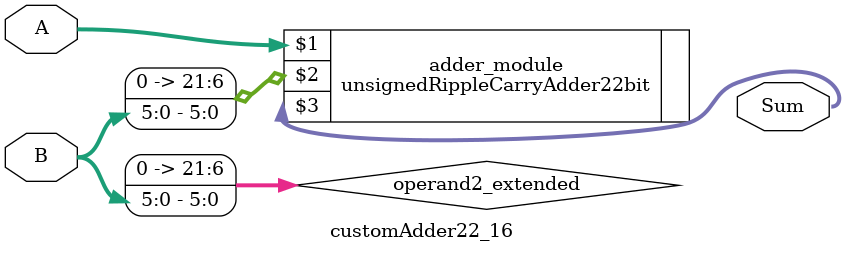
<source format=v>

module customAdder22_16(
                    input [21 : 0] A,
                    input [5 : 0] B,
                    
                    output [22 : 0] Sum
            );

    wire [21 : 0] operand2_extended;
    
    assign operand2_extended =  {16'b0, B};
    
    unsignedRippleCarryAdder22bit adder_module(
        A,
        operand2_extended,
        Sum
    );
    
endmodule
        
</source>
